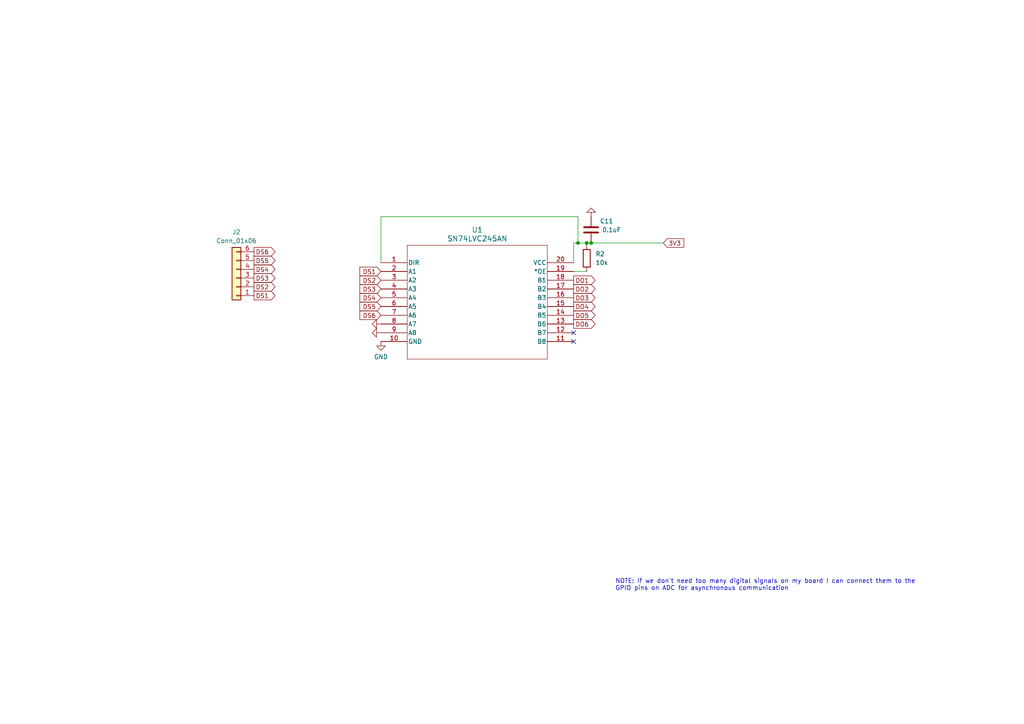
<source format=kicad_sch>
(kicad_sch (version 20230121) (generator eeschema)
  (paper "A4")
  (lib_symbols
    (symbol "21xt_symbols:SN74LVC245AN" (pin_names (offset 0.254))
      (property "Reference" "U" (at 27.94 10.16 0))
      (property "Value" "SN74LVC245AN" (at 27.94 7.62 0))
      (symbol "SN74LVC245AN_0_1"
        (polyline (pts (xy 7.62 -27.94) (xy 48.26 -27.94)) (stroke (width 0.127)))
        (polyline (pts (xy 7.62 5.08) (xy 7.62 -27.94)) (stroke (width 0.127)))
        (polyline (pts (xy 48.26 -27.94) (xy 48.26 5.08)) (stroke (width 0.127)))
        (polyline (pts (xy 48.26 5.08) (xy 7.62 5.08)) (stroke (width 0.127)))
        (pin input line (at 0 0 0) (length 7.62) (name "DIR") (number "1"))
        (pin power_in line (at 0 -22.86 0) (length 7.62) (name "GND") (number "10"))
        (pin bidirectional line (at 55.88 -22.86 180) (length 7.62) (name "B8") (number "11"))
        (pin bidirectional line (at 55.88 -20.32 180) (length 7.62) (name "B7") (number "12"))
        (pin bidirectional line (at 55.88 -17.78 180) (length 7.62) (name "B6") (number "13"))
        (pin bidirectional line (at 55.88 -15.24 180) (length 7.62) (name "B5") (number "14"))
        (pin bidirectional line (at 55.88 -12.7 180) (length 7.62) (name "B4") (number "15"))
        (pin bidirectional line (at 55.88 -10.16 180) (length 7.62) (name "B3") (number "16"))
        (pin bidirectional line (at 55.88 -7.62 180) (length 7.62) (name "B2") (number "17"))
        (pin bidirectional line (at 55.88 -5.08 180) (length 7.62) (name "B1") (number "18"))
        (pin input line (at 55.88 -2.54 180) (length 7.62) (name "*OE") (number "19"))
        (pin bidirectional line (at 0 -2.54 0) (length 7.62) (name "A1") (number "2"))
        (pin power_in line (at 55.88 0 180) (length 7.62) (name "VCC") (number "20"))
        (pin bidirectional line (at 0 -5.08 0) (length 7.62) (name "A2") (number "3"))
        (pin bidirectional line (at 0 -7.62 0) (length 7.62) (name "A3") (number "4"))
        (pin bidirectional line (at 0 -10.16 0) (length 7.62) (name "A4") (number "5"))
        (pin bidirectional line (at 0 -12.7 0) (length 7.62) (name "A5") (number "6"))
        (pin bidirectional line (at 0 -15.24 0) (length 7.62) (name "A6") (number "7"))
        (pin bidirectional line (at 0 -17.78 0) (length 7.62) (name "A7") (number "8"))
        (pin bidirectional line (at 0 -20.32 0) (length 7.62) (name "A8") (number "9"))
      )
    )
    (symbol "Connector_Generic:Conn_01x06" (pin_names (offset 1.016) hide)
      (property "Reference" "J" (at 0 7.62 0))
      (property "Value" "Conn_01x06" (at 0 -10.16 0))
      (symbol "Conn_01x06_1_1"
        (rectangle (start -1.27 -7.493) (end 0 -7.747) (stroke (width 0.1524)))
        (rectangle (start -1.27 -4.953) (end 0 -5.207) (stroke (width 0.1524)))
        (rectangle (start -1.27 -2.413) (end 0 -2.667) (stroke (width 0.1524)))
        (rectangle (start -1.27 0.127) (end 0 -0.127) (stroke (width 0.1524)))
        (rectangle (start -1.27 2.667) (end 0 2.413) (stroke (width 0.1524)))
        (rectangle (start -1.27 5.207) (end 0 4.953) (stroke (width 0.1524)))
        (rectangle (start -1.27 6.35) (end 1.27 -8.89) (stroke (width 0.254)) (fill (type background)))
        (pin passive line (at -5.08 5.08 0) (length 3.81) (name "Pin_1") (number "1"))
        (pin passive line (at -5.08 2.54 0) (length 3.81) (name "Pin_2") (number "2"))
        (pin passive line (at -5.08 0 0) (length 3.81) (name "Pin_3") (number "3"))
        (pin passive line (at -5.08 -2.54 0) (length 3.81) (name "Pin_4") (number "4"))
        (pin passive line (at -5.08 -5.08 0) (length 3.81) (name "Pin_5") (number "5"))
        (pin passive line (at -5.08 -7.62 0) (length 3.81) (name "Pin_6") (number "6"))
      )
    )
    (symbol "Device:C" (pin_numbers hide) (pin_names (offset 0.254))
      (property "Reference" "C" (at 0.635 2.54 0))
      (property "Value" "C" (at 0.635 -2.54 0))
      (symbol "C_0_1"
        (polyline (pts (xy -2.032 -0.762) (xy 2.032 -0.762)) (stroke (width 0.508)))
        (polyline (pts (xy -2.032 0.762) (xy 2.032 0.762)) (stroke (width 0.508)))
      )
      (symbol "C_1_1"
        (pin passive line (at 0 3.81 270) (length 2.794) (name "~") (number "1"))
        (pin passive line (at 0 -3.81 90) (length 2.794) (name "~") (number "2"))
      )
    )
    (symbol "Device:R" (pin_numbers hide) (pin_names (offset 0))
      (property "Reference" "R" (at 2.032 0 90))
      (property "Value" "R" (at 0 0 90))
      (symbol "R_0_1"
        (rectangle (start -1.016 -2.54) (end 1.016 2.54) (stroke (width 0.254)))
      )
      (symbol "R_1_1"
        (pin passive line (at 0 3.81 270) (length 1.27) (name "~") (number "1"))
        (pin passive line (at 0 -3.81 90) (length 1.27) (name "~") (number "2"))
      )
    )
    (symbol "power:GND" (power) (pin_names (offset 0))
      (property "Value" "GND" (at 0 -3.81 0))
      (symbol "GND_0_1"
        (polyline (pts (xy 0 0) (xy 0 -1.27) (xy 1.27 -1.27) (xy 0 -2.54) (xy -1.27 -1.27) (xy 0 -1.27)))
      )
      (symbol "GND_1_1"
        (pin power_in line (at 0 0 270) (length 0) hide (name "GND") (number "1"))
      )
    )
  )
  (junction (at 170.18 70.485))
  (junction (at 171.45 70.485))
  (junction (at 167.64 70.485))
  (no_connect (at 166.37 96.52))
  (no_connect (at 166.37 99.06))
  (wire (pts (xy 166.37 70.485) (xy 166.37 76.2)))
  (wire (pts (xy 167.64 70.485) (xy 170.18 70.485)))
  (wire (pts (xy 110.49 62.865) (xy 167.64 62.865)))
  (wire (pts (xy 171.45 70.485) (xy 192.405 70.485)))
  (wire (pts (xy 166.37 70.485) (xy 167.64 70.485)))
  (wire (pts (xy 167.64 62.865) (xy 167.64 70.485)))
  (wire (pts (xy 166.37 78.74) (xy 170.18 78.74)))
  (wire (pts (xy 170.18 70.485) (xy 170.18 71.12)))
  (wire (pts (xy 170.18 70.485) (xy 171.45 70.485)))
  (wire (pts (xy 110.49 76.2) (xy 110.49 62.865)))
  (text "NOTE: If we don't need too many digital signals on my board I can connect them to the\nGPIO pins on ADC for asynchronous communication" (at 178.435 171.45 0) (effects (font (size 1.27 1.27)) (justify left bottom)))
  (global_label "DS4" (shape output) (at 73.66 78.105 0) (property "Intersheetrefs" "${INTERSHEET_REFS}" (effects hide)))
  (global_label "DS3" (shape output) (at 73.66 80.645 0) (property "Intersheetrefs" "${INTERSHEET_REFS}" (effects hide)))
  (global_label "DS1" (shape input) (at 110.49 78.74 180) (property "Intersheetrefs" "${INTERSHEET_REFS}" (effects hide)))
  (global_label "DO1" (shape output) (at 166.37 81.28 0) (property "Intersheetrefs" "${INTERSHEET_REFS}" (effects hide)))
  (global_label "DS4" (shape input) (at 110.49 86.36 180) (property "Intersheetrefs" "${INTERSHEET_REFS}" (effects hide)))
  (global_label "DS6" (shape input) (at 110.49 91.44 180) (property "Intersheetrefs" "${INTERSHEET_REFS}" (effects hide)))
  (global_label "DS6" (shape output) (at 73.66 73.025 0) (property "Intersheetrefs" "${INTERSHEET_REFS}" (effects hide)))
  (global_label "DO5" (shape output) (at 166.37 91.44 0) (property "Intersheetrefs" "${INTERSHEET_REFS}" (effects hide)))
  (global_label "DS5" (shape input) (at 110.49 88.9 180) (property "Intersheetrefs" "${INTERSHEET_REFS}" (effects hide)))
  (global_label "DS5" (shape output) (at 73.66 75.565 0) (property "Intersheetrefs" "${INTERSHEET_REFS}" (effects hide)))
  (global_label "DO3" (shape output) (at 166.37 86.36 0) (property "Intersheetrefs" "${INTERSHEET_REFS}" (effects hide)))
  (global_label "DO2" (shape output) (at 166.37 83.82 0) (property "Intersheetrefs" "${INTERSHEET_REFS}" (effects hide)))
  (global_label "DS2" (shape output) (at 73.66 83.185 0) (property "Intersheetrefs" "${INTERSHEET_REFS}" (effects hide)))
  (global_label "DS3" (shape input) (at 110.49 83.82 180) (property "Intersheetrefs" "${INTERSHEET_REFS}" (effects hide)))
  (global_label "3V3" (shape input) (at 192.405 70.485 0) (property "Intersheetrefs" "${INTERSHEET_REFS}" (effects hide)))
  (global_label "DS2" (shape input) (at 110.49 81.28 180) (property "Intersheetrefs" "${INTERSHEET_REFS}" (effects hide)))
  (global_label "DO4" (shape output) (at 166.37 88.9 0) (property "Intersheetrefs" "${INTERSHEET_REFS}" (effects hide)))
  (global_label "DO6" (shape output) (at 166.37 93.98 0) (property "Intersheetrefs" "${INTERSHEET_REFS}" (effects hide)))
  (global_label "DS1" (shape output) (at 73.66 85.725 0) (property "Intersheetrefs" "${INTERSHEET_REFS}" (effects hide)))
  (symbol (lib_id "21xt_symbols:SN74LVC245AN") (at 110.49 76.2 0) (unit 1)
    (property "Reference" "U1" (at 138.43 66.675 0) (effects (font (size 1.524 1.524))))
    (property "Value" "SN74LVC245AN" (at 138.43 69.215 0) (effects (font (size 1.524 1.524))))
    (property "Footprint" "21xt_footprints:SN74LVC245AN" (effects hide))
    (property "Datasheet" "SN74LVC245AN" (effects hide))
    (instances (project "mainbox1.0" (path "" (reference "U1") (unit 1))) (project "mainbox2.0" (path "" (reference "U5") (unit 1))) (project "Mainboard_priv" (path "" (reference "U2") (unit 1)) (path "" (reference "U2") (unit 1))))
  )
  (symbol (lib_id "Device:C") (at 171.45 66.675 0) (unit 1)
    (property "Reference" "C11" (at 173.99 64.135 0) (effects (justify left)))
    (property "Value" "0.1uF" (at 174.625 66.675 0) (effects (justify left)))
    (property "Footprint" "Capacitor_SMD:C_0603_1608Metric" (effects hide))
    (instances (project "mainbox1.0" (path "" (reference "C11") (unit 1))) (project "mainbox2.0" (path "" (reference "C31") (unit 1))) (project "Mainboard_priv" (path "" (reference "C11") (unit 1))))
  )
  (symbol (lib_id "power:GND") (at 110.49 96.52 270) (unit 1)
    (property "Reference" "#PWR022" (effects hide))
    (property "Value" "GND" (effects hide))
    (instances (project "mainbox1.0" (path "" (reference "#PWR022") (unit 1))) (project "mainbox2.0" (path "" (reference "#PWR054") (unit 1))) (project "Mainboard_priv" (path "" (reference "#PWR045") (unit 1))))
  )
  (symbol (lib_id "Connector_Generic:Conn_01x06") (at 68.58 80.645 180) (unit 1)
    (property "Reference" "J2" (at 68.58 67.31 0))
    (property "Value" "Conn_01x06" (at 68.58 69.85 0))
    (property "Footprint" "21xt_footprints:MOLEX_0533980671 (1x6)" (effects hide))
    (instances (project "mainbox1.0" (path "" (reference "J2") (unit 1))) (project "mainbox2.0" (path "" (reference "J9") (unit 1))) (project "Mainboard_priv" (path "" (reference "J5") (unit 1))))
  )
  (symbol (lib_id "power:GND") (at 171.45 62.865 180) (unit 1)
    (property "Reference" "#PWR024" (effects hide))
    (property "Value" "GND" (effects hide))
    (instances (project "mainbox1.0" (path "" (reference "#PWR024") (unit 1))) (project "mainbox2.0" (path "" (reference "#PWR056") (unit 1))) (project "Mainboard_priv" (path "" (reference "#PWR046") (unit 1))))
  )
  (symbol (lib_id "power:GND") (at 110.49 93.98 270) (unit 1)
    (property "Reference" "#PWR021" (effects hide))
    (property "Value" "GND" (effects hide))
    (instances (project "mainbox1.0" (path "" (reference "#PWR021") (unit 1))) (project "mainbox2.0" (path "" (reference "#PWR053") (unit 1))) (project "Mainboard_priv" (path "" (reference "#PWR044") (unit 1))))
  )
  (symbol (lib_id "power:GND") (at 110.49 99.06 0) (unit 1)
    (property "Reference" "#PWR023" (effects hide))
    (property "Value" "GND" (at 110.49 103.505 0))
    (instances (project "mainbox1.0" (path "" (reference "#PWR023") (unit 1))) (project "mainbox2.0" (path "" (reference "#PWR055") (unit 1))) (project "Mainboard_priv" (path "" (reference "#PWR023") (unit 1)) (path "" (reference "#PWR040") (unit 1))))
  )
  (symbol (lib_id "Device:R") (at 170.18 74.93 0) (unit 1)
    (property "Reference" "R2" (at 172.72 73.66 0) (effects (justify left)))
    (property "Value" "10k" (at 172.72 76.2 0) (effects (justify left)))
    (property "Footprint" "Resistor_SMD:R_0603_1608Metric" (effects hide))
    (instances (project "mainbox1.0" (path "" (reference "R2") (unit 1))) (project "mainbox2.0" (path "" (reference "R4") (unit 1))) (project "Mainboard_priv" (path "" (reference "R5") (unit 1))))
  )
)
</source>
